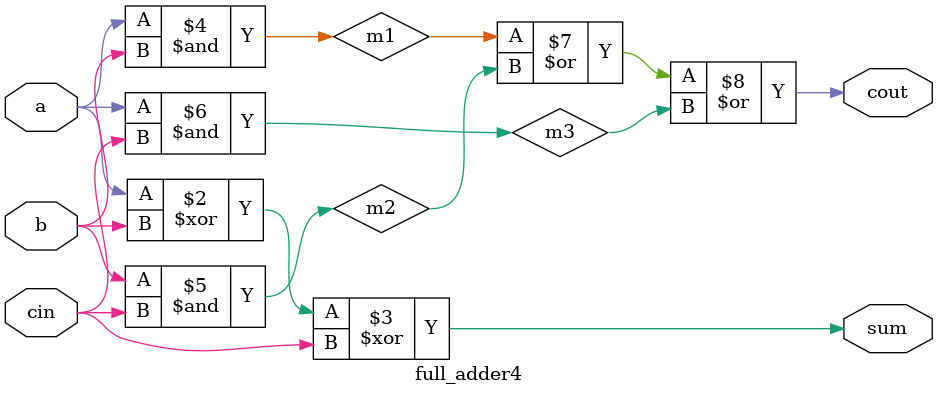
<source format=v>
module full_adder4(a,b,cin,sum,cout);
input a,b,cin;
output sum,cout;
reg sum,cout;
reg m1,m2,m3;

always @(a or b or cin) begin
    sum = (a ^ b) ^ cin;
    m1 = a & b;
    m2 = b & cin;
    m3 = a & cin;
    cout = (m1 | m2) | m3;
end

endmodule


</source>
